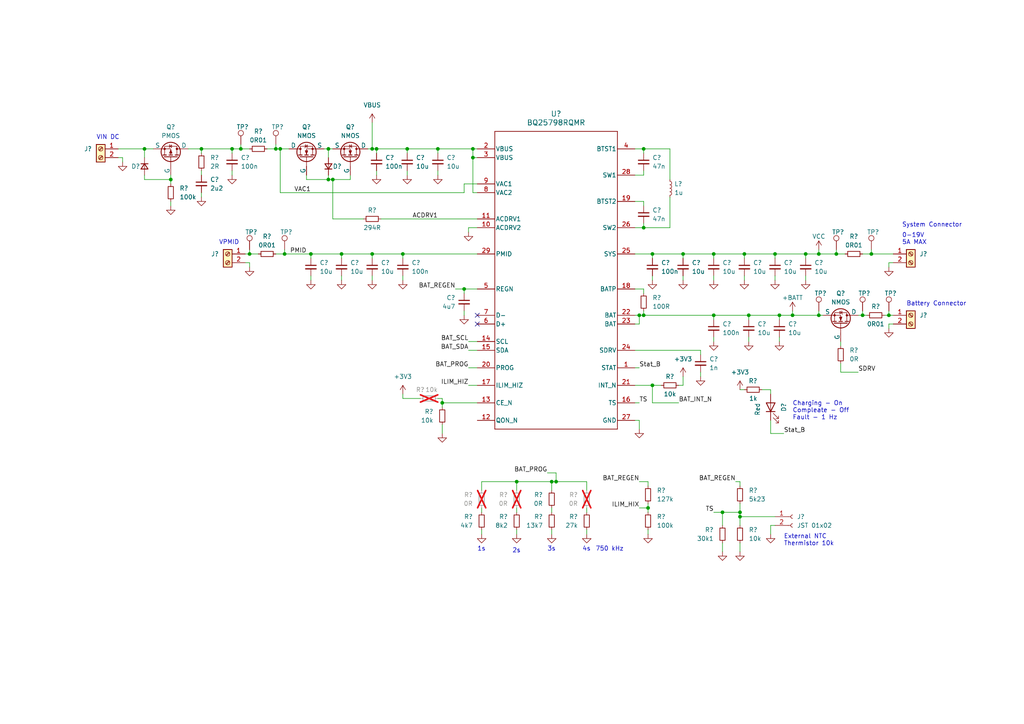
<source format=kicad_sch>
(kicad_sch (version 20230121) (generator eeschema)
  (paper "A4")
  (lib_symbols
    (symbol "Connector:Conn_01x02_Socket" (pin_names (offset 1.016) hide)
      (property "Reference" "J" (at 0 2.54 0))
      (property "Value" "Conn_01x02_Socket" (at 0 -5.08 0))
      (symbol "Conn_01x02_Socket_1_1"
        (arc (start 0 -2.032) (mid -0.5058 -2.54) (end 0 -3.048) (stroke (width 0.1524)))
        (polyline (pts (xy -1.27 -2.54) (xy -0.508 -2.54)) (stroke (width 0.1524)))
        (polyline (pts (xy -1.27 0) (xy -0.508 0)) (stroke (width 0.1524)))
        (arc (start 0 0.508) (mid -0.5058 0) (end 0 -0.508) (stroke (width 0.1524)))
        (pin passive line (at -5.08 0 0) (length 3.81) (name "Pin_1") (number "1"))
        (pin passive line (at -5.08 -2.54 0) (length 3.81) (name "Pin_2") (number "2"))
      )
    )
    (symbol "Connector:Screw_Terminal_01x02" (pin_names (offset 1.016) hide)
      (property "Reference" "J" (at 0 2.54 0))
      (property "Value" "Screw_Terminal_01x02" (at 0 -5.08 0))
      (symbol "Screw_Terminal_01x02_1_1"
        (rectangle (start -1.27 1.27) (end 1.27 -3.81) (stroke (width 0.254)) (fill (type background)))
        (circle (center 0 -2.54) (radius 0.635) (stroke (width 0.1524)))
        (polyline (pts (xy -0.5334 -2.2098) (xy 0.3302 -3.048)) (stroke (width 0.1524)))
        (polyline (pts (xy -0.5334 0.3302) (xy 0.3302 -0.508)) (stroke (width 0.1524)))
        (polyline (pts (xy -0.3556 -2.032) (xy 0.508 -2.8702)) (stroke (width 0.1524)))
        (polyline (pts (xy -0.3556 0.508) (xy 0.508 -0.3302)) (stroke (width 0.1524)))
        (circle (center 0 0) (radius 0.635) (stroke (width 0.1524)))
        (pin passive line (at -5.08 0 0) (length 3.81) (name "Pin_1") (number "1"))
        (pin passive line (at -5.08 -2.54 0) (length 3.81) (name "Pin_2") (number "2"))
      )
    )
    (symbol "Connector:TestPoint" (pin_numbers hide) (pin_names (offset 0.762) hide)
      (property "Reference" "TP" (at 0 6.858 0))
      (property "Value" "TestPoint" (at 0 5.08 0))
      (symbol "TestPoint_0_1"
        (circle (center 0 3.302) (radius 0.762))
      )
      (symbol "TestPoint_1_1"
        (pin passive line (at 0 0 90) (length 2.54) (name "1") (number "1"))
      )
    )
    (symbol "DCDriver:BQ25798RQMR" (pin_names (offset 0.254))
      (property "Reference" "U" (at 0 2.54 0))
      (property "Value" "BQ25798RQMR" (at 0 0 0))
      (symbol "BQ25798RQMR_0_1"
        (polyline (pts (xy 5.08 -81.28) (xy 40.64 -81.28)) (stroke (width 0.2032)))
        (polyline (pts (xy 5.08 5.08) (xy 5.08 -81.28)) (stroke (width 0.2032)))
        (polyline (pts (xy 40.64 -81.28) (xy 40.64 5.08)) (stroke (width 0.2032)))
        (polyline (pts (xy 40.64 5.08) (xy 5.08 5.08)) (stroke (width 0.2032)))
        (pin unspecified line (at 45.72 -63.5 180) (length 5.08) (name "STAT") (number "1"))
        (pin power_in line (at 0 -22.86 0) (length 5.08) (name "ACDRV2") (number "10"))
        (pin power_in line (at 0 -20.32 0) (length 5.08) (name "ACDRV1") (number "11"))
        (pin unspecified line (at 0 -78.74 0) (length 5.08) (name "QON_N") (number "12"))
        (pin unspecified line (at 0 -73.66 0) (length 5.08) (name "CE_N") (number "13"))
        (pin input line (at 0 -55.88 0) (length 5.08) (name "SCL") (number "14"))
        (pin bidirectional line (at 0 -58.42 0) (length 5.08) (name "SDA") (number "15"))
        (pin unspecified line (at 45.72 -73.66 180) (length 5.08) (name "TS") (number "16"))
        (pin unspecified line (at 0 -68.58 0) (length 5.08) (name "ILIM_HIZ") (number "17"))
        (pin unspecified line (at 45.72 -40.64 180) (length 5.08) (name "BATP") (number "18"))
        (pin unspecified line (at 45.72 -15.24 180) (length 5.08) (name "BTST2") (number "19"))
        (pin power_in line (at 0 0 0) (length 5.08) (name "VBUS") (number "2"))
        (pin unspecified line (at 0 -63.5 0) (length 5.08) (name "PROG") (number "20"))
        (pin unspecified line (at 45.72 -68.58 180) (length 5.08) (name "INT_N") (number "21"))
        (pin unspecified line (at 45.72 -48.26 180) (length 5.08) (name "BAT") (number "22"))
        (pin unspecified line (at 45.72 -50.8 180) (length 5.08) (name "BAT") (number "23"))
        (pin unspecified line (at 45.72 -58.42 180) (length 5.08) (name "SDRV") (number "24"))
        (pin unspecified line (at 45.72 -30.48 180) (length 5.08) (name "SYS") (number "25"))
        (pin unspecified line (at 45.72 -22.86 180) (length 5.08) (name "SW2") (number "26"))
        (pin power_in line (at 45.72 -78.74 180) (length 5.08) (name "GND") (number "27"))
        (pin unspecified line (at 45.72 -7.62 180) (length 5.08) (name "SW1") (number "28"))
        (pin unspecified line (at 0 -30.48 0) (length 5.08) (name "PMID") (number "29"))
        (pin power_in line (at 0 -2.54 0) (length 5.08) (name "VBUS") (number "3"))
        (pin unspecified line (at 45.72 0 180) (length 5.08) (name "BTST1") (number "4"))
        (pin unspecified line (at 0 -40.64 0) (length 5.08) (name "REGN") (number "5"))
        (pin unspecified line (at 0 -50.8 0) (length 5.08) (name "D+") (number "6"))
        (pin unspecified line (at 0 -48.26 0) (length 5.08) (name "D-") (number "7"))
        (pin power_in line (at 0 -12.7 0) (length 5.08) (name "VAC2") (number "8"))
        (pin power_in line (at 0 -10.16 0) (length 5.08) (name "VAC1") (number "9"))
      )
    )
    (symbol "Device:C_Small" (pin_numbers hide) (pin_names (offset 0.254) hide)
      (property "Reference" "C" (at 0.254 1.778 0))
      (property "Value" "C_Small" (at 0.254 -2.032 0))
      (symbol "C_Small_0_1"
        (polyline (pts (xy -1.524 -0.508) (xy 1.524 -0.508)) (stroke (width 0.3302)))
        (polyline (pts (xy -1.524 0.508) (xy 1.524 0.508)) (stroke (width 0.3048)))
      )
      (symbol "C_Small_1_1"
        (pin passive line (at 0 2.54 270) (length 2.032) (name "~") (number "1"))
        (pin passive line (at 0 -2.54 90) (length 2.032) (name "~") (number "2"))
      )
    )
    (symbol "Device:D_Small" (pin_numbers hide) (pin_names (offset 0.254) hide)
      (property "Reference" "D" (at -1.27 2.032 0))
      (property "Value" "D_Small" (at -3.81 -2.032 0))
      (symbol "D_Small_0_1"
        (polyline (pts (xy -0.762 -1.016) (xy -0.762 1.016)) (stroke (width 0.254)))
        (polyline (pts (xy -0.762 0) (xy 0.762 0)))
        (polyline (pts (xy 0.762 -1.016) (xy -0.762 0) (xy 0.762 1.016) (xy 0.762 -1.016)) (stroke (width 0.254)))
      )
      (symbol "D_Small_1_1"
        (pin passive line (at -2.54 0 0) (length 1.778) (name "K") (number "1"))
        (pin passive line (at 2.54 0 180) (length 1.778) (name "A") (number "2"))
      )
    )
    (symbol "Device:LED" (pin_numbers hide) (pin_names (offset 1.016) hide)
      (property "Reference" "D" (at 0 2.54 0))
      (property "Value" "LED" (at 0 -2.54 0))
      (symbol "LED_0_1"
        (polyline (pts (xy -1.27 -1.27) (xy -1.27 1.27)) (stroke (width 0.254)))
        (polyline (pts (xy -1.27 0) (xy 1.27 0)))
        (polyline (pts (xy 1.27 -1.27) (xy 1.27 1.27) (xy -1.27 0) (xy 1.27 -1.27)) (stroke (width 0.254)))
        (polyline (pts (xy -3.048 -0.762) (xy -4.572 -2.286) (xy -3.81 -2.286) (xy -4.572 -2.286) (xy -4.572 -1.524)))
        (polyline (pts (xy -1.778 -0.762) (xy -3.302 -2.286) (xy -2.54 -2.286) (xy -3.302 -2.286) (xy -3.302 -1.524)))
      )
      (symbol "LED_1_1"
        (pin passive line (at -3.81 0 0) (length 2.54) (name "K") (number "1"))
        (pin passive line (at 3.81 0 180) (length 2.54) (name "A") (number "2"))
      )
    )
    (symbol "Device:L_Small" (pin_numbers hide) (pin_names (offset 0.254) hide)
      (property "Reference" "L" (at 0.762 1.016 0))
      (property "Value" "L_Small" (at 0.762 -1.016 0))
      (symbol "L_Small_0_1"
        (arc (start 0 -2.032) (mid 0.5058 -1.524) (end 0 -1.016))
        (arc (start 0 -1.016) (mid 0.5058 -0.508) (end 0 0))
        (arc (start 0 0) (mid 0.5058 0.508) (end 0 1.016))
        (arc (start 0 1.016) (mid 0.5058 1.524) (end 0 2.032))
      )
      (symbol "L_Small_1_1"
        (pin passive line (at 0 2.54 270) (length 0.508) (name "~") (number "1"))
        (pin passive line (at 0 -2.54 90) (length 0.508) (name "~") (number "2"))
      )
    )
    (symbol "Device:R_Small" (pin_numbers hide) (pin_names (offset 0.254) hide)
      (property "Reference" "R" (at 0.762 0.508 0))
      (property "Value" "R_Small" (at 0.762 -1.016 0))
      (symbol "R_Small_0_1"
        (rectangle (start -0.762 1.778) (end 0.762 -1.778) (stroke (width 0.2032)))
      )
      (symbol "R_Small_1_1"
        (pin passive line (at 0 2.54 270) (length 0.762) (name "~") (number "1"))
        (pin passive line (at 0 -2.54 90) (length 0.762) (name "~") (number "2"))
      )
    )
    (symbol "Simulation_SPICE:NMOS" (pin_numbers hide) (pin_names (offset 0))
      (property "Reference" "Q" (at 5.08 1.27 0))
      (property "Value" "NMOS" (at 5.08 -1.27 0))
      (symbol "NMOS_0_1"
        (polyline (pts (xy 0.254 0) (xy -2.54 0)))
        (polyline (pts (xy 0.254 1.905) (xy 0.254 -1.905)) (stroke (width 0.254)))
        (polyline (pts (xy 0.762 -1.27) (xy 0.762 -2.286)) (stroke (width 0.254)))
        (polyline (pts (xy 0.762 0.508) (xy 0.762 -0.508)) (stroke (width 0.254)))
        (polyline (pts (xy 0.762 2.286) (xy 0.762 1.27)) (stroke (width 0.254)))
        (polyline (pts (xy 2.54 2.54) (xy 2.54 1.778)))
        (polyline (pts (xy 2.54 -2.54) (xy 2.54 0) (xy 0.762 0)))
        (polyline (pts (xy 0.762 -1.778) (xy 3.302 -1.778) (xy 3.302 1.778) (xy 0.762 1.778)))
        (polyline (pts (xy 1.016 0) (xy 2.032 0.381) (xy 2.032 -0.381) (xy 1.016 0)) (fill (type outline)))
        (polyline (pts (xy 2.794 0.508) (xy 2.921 0.381) (xy 3.683 0.381) (xy 3.81 0.254)))
        (polyline (pts (xy 3.302 0.381) (xy 2.921 -0.254) (xy 3.683 -0.254) (xy 3.302 0.381)))
        (circle (center 1.651 0) (radius 2.794) (stroke (width 0.254)))
        (circle (center 2.54 -1.778) (radius 0.254) (fill (type outline)))
        (circle (center 2.54 1.778) (radius 0.254) (fill (type outline)))
      )
      (symbol "NMOS_1_1"
        (pin passive line (at 2.54 5.08 270) (length 2.54) (name "D") (number "1"))
        (pin input line (at -5.08 0 0) (length 2.54) (name "G") (number "2"))
        (pin passive line (at 2.54 -5.08 90) (length 2.54) (name "S") (number "3"))
      )
    )
    (symbol "Simulation_SPICE:PMOS" (pin_numbers hide) (pin_names (offset 0))
      (property "Reference" "Q" (at 5.08 1.27 0))
      (property "Value" "PMOS" (at 5.08 -1.27 0))
      (symbol "PMOS_0_1"
        (polyline (pts (xy 0.254 0) (xy -2.54 0)))
        (polyline (pts (xy 0.254 1.905) (xy 0.254 -1.905)) (stroke (width 0.254)))
        (polyline (pts (xy 0.762 -1.27) (xy 0.762 -2.286)) (stroke (width 0.254)))
        (polyline (pts (xy 0.762 0.508) (xy 0.762 -0.508)) (stroke (width 0.254)))
        (polyline (pts (xy 0.762 2.286) (xy 0.762 1.27)) (stroke (width 0.254)))
        (polyline (pts (xy 2.54 2.54) (xy 2.54 1.778)))
        (polyline (pts (xy 2.54 -2.54) (xy 2.54 0) (xy 0.762 0)))
        (polyline (pts (xy 0.762 1.778) (xy 3.302 1.778) (xy 3.302 -1.778) (xy 0.762 -1.778)))
        (polyline (pts (xy 2.286 0) (xy 1.27 0.381) (xy 1.27 -0.381) (xy 2.286 0)) (fill (type outline)))
        (polyline (pts (xy 2.794 -0.508) (xy 2.921 -0.381) (xy 3.683 -0.381) (xy 3.81 -0.254)))
        (polyline (pts (xy 3.302 -0.381) (xy 2.921 0.254) (xy 3.683 0.254) (xy 3.302 -0.381)))
        (circle (center 1.651 0) (radius 2.794) (stroke (width 0.254)))
        (circle (center 2.54 -1.778) (radius 0.254) (fill (type outline)))
        (circle (center 2.54 1.778) (radius 0.254) (fill (type outline)))
      )
      (symbol "PMOS_1_1"
        (pin passive line (at 2.54 5.08 270) (length 2.54) (name "D") (number "1"))
        (pin input line (at -5.08 0 0) (length 2.54) (name "G") (number "2"))
        (pin passive line (at 2.54 -5.08 90) (length 2.54) (name "S") (number "3"))
      )
    )
    (symbol "power:+3V3" (power) (pin_names (offset 0))
      (property "Value" "+3V3" (at 0 3.556 0))
      (symbol "+3V3_0_1"
        (polyline (pts (xy -0.762 1.27) (xy 0 2.54)))
        (polyline (pts (xy 0 0) (xy 0 2.54)))
        (polyline (pts (xy 0 2.54) (xy 0.762 1.27)))
      )
      (symbol "+3V3_1_1"
        (pin power_in line (at 0 0 90) (length 0) hide (name "+3V3") (number "1"))
      )
    )
    (symbol "power:+BATT" (power) (pin_names (offset 0))
      (property "Value" "+BATT" (at 0 3.556 0))
      (symbol "+BATT_0_1"
        (polyline (pts (xy -0.762 1.27) (xy 0 2.54)))
        (polyline (pts (xy 0 0) (xy 0 2.54)))
        (polyline (pts (xy 0 2.54) (xy 0.762 1.27)))
      )
      (symbol "+BATT_1_1"
        (pin power_in line (at 0 0 90) (length 0) hide (name "+BATT") (number "1"))
      )
    )
    (symbol "power:GND" (power) (pin_names (offset 0))
      (symbol "GND_0_1"
        (polyline (pts (xy 0 0) (xy 0 -1.27) (xy 1.27 -1.27) (xy 0 -2.54) (xy -1.27 -1.27) (xy 0 -1.27)))
      )
      (symbol "GND_1_1"
        (pin power_in line (at 0 0 270) (length 0) hide (name "GND") (number "1"))
      )
    )
    (symbol "power:VBUS" (power) (pin_names (offset 0))
      (property "Value" "VBUS" (at 0 3.81 0))
      (symbol "VBUS_0_1"
        (polyline (pts (xy -0.762 1.27) (xy 0 2.54)))
        (polyline (pts (xy 0 0) (xy 0 2.54)))
        (polyline (pts (xy 0 2.54) (xy 0.762 1.27)))
      )
      (symbol "VBUS_1_1"
        (pin power_in line (at 0 0 90) (length 0) hide (name "VBUS") (number "1"))
      )
    )
    (symbol "power:VCC" (power) (pin_names (offset 0))
      (property "Value" "VCC" (at 0 3.81 0))
      (symbol "VCC_0_1"
        (polyline (pts (xy -0.762 1.27) (xy 0 2.54)))
        (polyline (pts (xy 0 0) (xy 0 2.54)))
        (polyline (pts (xy 0 2.54) (xy 0.762 1.27)))
      )
      (symbol "VCC_1_1"
        (pin power_in line (at 0 0 90) (length 0) hide (name "VCC") (number "1"))
      )
    )
  )
  (junction (at 116.84 73.66))
  (junction (at 128.27 116.84))
  (junction (at 69.85 43.18))
  (junction (at 237.49 91.44))
  (junction (at 250.19 91.44))
  (junction (at 187.96 147.32))
  (junction (at 96.52 52.07))
  (junction (at 49.53 52.07))
  (junction (at 207.01 91.44))
  (junction (at 81.28 43.18))
  (junction (at 186.69 43.18))
  (junction (at 58.42 43.18))
  (junction (at 217.17 91.44))
  (junction (at 72.39 73.66))
  (junction (at 137.16 45.72))
  (junction (at 233.68 73.66))
  (junction (at 186.69 91.44))
  (junction (at 99.06 73.66))
  (junction (at 209.55 148.59))
  (junction (at 137.16 43.18))
  (junction (at 186.69 66.04))
  (junction (at 82.55 73.66))
  (junction (at 107.95 43.18))
  (junction (at 207.01 73.66))
  (junction (at 118.11 43.18))
  (junction (at 257.81 91.44))
  (junction (at 242.57 73.66))
  (junction (at 127 43.18))
  (junction (at 237.49 73.66))
  (junction (at 41.91 43.18))
  (junction (at 189.23 111.76))
  (junction (at 95.25 52.07))
  (junction (at 67.31 43.18))
  (junction (at 109.22 43.18))
  (junction (at 80.01 43.18))
  (junction (at 229.87 91.44))
  (junction (at 215.9 73.66))
  (junction (at 214.63 149.86))
  (junction (at 214.63 148.59))
  (junction (at 149.86 139.7))
  (junction (at 107.95 73.66))
  (junction (at 160.02 139.7))
  (junction (at 95.25 43.18))
  (junction (at 90.17 73.66))
  (junction (at 198.12 73.66))
  (junction (at 134.62 83.82))
  (junction (at 224.79 73.66))
  (junction (at 226.06 91.44))
  (junction (at 161.29 139.7))
  (junction (at 189.23 73.66))
  (junction (at 252.73 73.66))
  (junction (at 185.42 91.44))
  (no_connect (at 138.43 93.98))
  (no_connect (at 138.43 91.44))
  (wire (pts (xy 257.81 91.44) (xy 256.54 91.44)))
  (wire (pts (xy 243.84 107.95) (xy 248.92 107.95)))
  (wire (pts (xy 95.25 45.72) (xy 95.25 43.18)))
  (wire (pts (xy 101.6 50.8) (xy 101.6 52.07)))
  (wire (pts (xy 80.01 43.18) (xy 81.28 43.18)))
  (wire (pts (xy 259.08 91.44) (xy 257.81 91.44)))
  (wire (pts (xy 209.55 148.59) (xy 209.55 152.4)))
  (wire (pts (xy 96.52 63.5) (xy 105.41 63.5)))
  (wire (pts (xy 134.62 55.88) (xy 134.62 53.34)))
  (wire (pts (xy 242.57 73.66) (xy 245.11 73.66)))
  (wire (pts (xy 250.19 91.44) (xy 251.46 91.44)))
  (wire (pts (xy 237.49 90.17) (xy 237.49 91.44)))
  (wire (pts (xy 223.52 152.4) (xy 224.79 152.4)))
  (wire (pts (xy 49.53 58.42) (xy 49.53 59.69)))
  (wire (pts (xy 110.49 63.5) (xy 138.43 63.5)))
  (wire (pts (xy 203.2 101.6) (xy 203.2 102.87)))
  (wire (pts (xy 67.31 43.18) (xy 69.85 43.18)))
  (wire (pts (xy 134.62 85.09) (xy 134.62 83.82)))
  (wire (pts (xy 184.15 58.42) (xy 186.69 58.42)))
  (wire (pts (xy 107.95 80.01) (xy 107.95 81.28)))
  (wire (pts (xy 90.17 73.66) (xy 99.06 73.66)))
  (wire (pts (xy 223.52 121.92) (xy 223.52 125.73)))
  (wire (pts (xy 243.84 99.06) (xy 243.84 100.33)))
  (wire (pts (xy 135.89 106.68) (xy 138.43 106.68)))
  (wire (pts (xy 88.9 52.07) (xy 95.25 52.07)))
  (wire (pts (xy 207.01 91.44) (xy 207.01 92.71)))
  (wire (pts (xy 127 49.53) (xy 127 50.8)))
  (wire (pts (xy 149.86 153.67) (xy 149.86 154.94)))
  (wire (pts (xy 237.49 72.39) (xy 237.49 73.66)))
  (wire (pts (xy 237.49 73.66) (xy 233.68 73.66)))
  (wire (pts (xy 186.69 49.53) (xy 186.69 50.8)))
  (wire (pts (xy 80.01 43.18) (xy 77.47 43.18)))
  (wire (pts (xy 170.18 142.24) (xy 170.18 139.7)))
  (wire (pts (xy 99.06 73.66) (xy 107.95 73.66)))
  (wire (pts (xy 186.69 90.17) (xy 186.69 91.44)))
  (wire (pts (xy 186.69 66.04) (xy 194.31 66.04)))
  (wire (pts (xy 58.42 49.53) (xy 58.42 50.8)))
  (wire (pts (xy 217.17 97.79) (xy 217.17 99.06)))
  (wire (pts (xy 160.02 139.7) (xy 161.29 139.7)))
  (wire (pts (xy 88.9 50.8) (xy 88.9 52.07)))
  (wire (pts (xy 224.79 73.66) (xy 224.79 74.93)))
  (wire (pts (xy 81.28 43.18) (xy 83.82 43.18)))
  (wire (pts (xy 214.63 149.86) (xy 224.79 149.86)))
  (wire (pts (xy 118.11 49.53) (xy 118.11 50.8)))
  (wire (pts (xy 81.28 43.18) (xy 81.28 55.88)))
  (wire (pts (xy 135.89 66.04) (xy 138.43 66.04)))
  (wire (pts (xy 160.02 153.67) (xy 160.02 154.94)))
  (wire (pts (xy 189.23 116.84) (xy 196.85 116.84)))
  (wire (pts (xy 257.81 95.25) (xy 257.81 93.98)))
  (wire (pts (xy 233.68 80.01) (xy 233.68 81.28)))
  (wire (pts (xy 116.84 73.66) (xy 116.84 74.93)))
  (wire (pts (xy 135.89 101.6) (xy 138.43 101.6)))
  (wire (pts (xy 138.43 55.88) (xy 137.16 55.88)))
  (wire (pts (xy 194.31 66.04) (xy 194.31 57.15)))
  (wire (pts (xy 237.49 91.44) (xy 229.87 91.44)))
  (wire (pts (xy 109.22 49.53) (xy 109.22 50.8)))
  (wire (pts (xy 49.53 53.34) (xy 49.53 52.07)))
  (wire (pts (xy 185.42 91.44) (xy 186.69 91.44)))
  (wire (pts (xy 214.63 139.7) (xy 214.63 140.97)))
  (wire (pts (xy 226.06 91.44) (xy 229.87 91.44)))
  (wire (pts (xy 226.06 97.79) (xy 226.06 99.06)))
  (wire (pts (xy 41.91 43.18) (xy 44.45 43.18)))
  (wire (pts (xy 116.84 114.3) (xy 116.84 115.57)))
  (wire (pts (xy 189.23 73.66) (xy 198.12 73.66)))
  (wire (pts (xy 189.23 111.76) (xy 189.23 116.84)))
  (wire (pts (xy 237.49 91.44) (xy 238.76 91.44)))
  (wire (pts (xy 82.55 72.39) (xy 82.55 73.66)))
  (wire (pts (xy 149.86 139.7) (xy 160.02 139.7)))
  (wire (pts (xy 34.29 43.18) (xy 41.91 43.18)))
  (wire (pts (xy 209.55 157.48) (xy 209.55 160.02)))
  (wire (pts (xy 72.39 76.2) (xy 71.12 76.2)))
  (wire (pts (xy 95.25 50.8) (xy 95.25 52.07)))
  (wire (pts (xy 213.36 139.7) (xy 214.63 139.7)))
  (wire (pts (xy 214.63 157.48) (xy 214.63 160.02)))
  (wire (pts (xy 170.18 147.32) (xy 170.18 148.59)))
  (wire (pts (xy 95.25 43.18) (xy 96.52 43.18)))
  (wire (pts (xy 215.9 80.01) (xy 215.9 81.28)))
  (wire (pts (xy 149.86 147.32) (xy 149.86 148.59)))
  (wire (pts (xy 72.39 73.66) (xy 74.93 73.66)))
  (wire (pts (xy 35.56 46.99) (xy 35.56 45.72)))
  (wire (pts (xy 116.84 73.66) (xy 138.43 73.66)))
  (wire (pts (xy 185.42 139.7) (xy 187.96 139.7)))
  (wire (pts (xy 214.63 113.03) (xy 215.9 113.03)))
  (wire (pts (xy 185.42 147.32) (xy 187.96 147.32)))
  (wire (pts (xy 160.02 142.24) (xy 160.02 139.7)))
  (wire (pts (xy 93.98 43.18) (xy 95.25 43.18)))
  (wire (pts (xy 58.42 43.18) (xy 67.31 43.18)))
  (wire (pts (xy 137.16 45.72) (xy 137.16 43.18)))
  (wire (pts (xy 134.62 90.17) (xy 134.62 91.44)))
  (wire (pts (xy 41.91 52.07) (xy 49.53 52.07)))
  (wire (pts (xy 95.25 52.07) (xy 96.52 52.07)))
  (wire (pts (xy 106.68 43.18) (xy 107.95 43.18)))
  (wire (pts (xy 128.27 116.84) (xy 128.27 118.11)))
  (wire (pts (xy 207.01 73.66) (xy 207.01 74.93)))
  (wire (pts (xy 132.08 83.82) (xy 134.62 83.82)))
  (wire (pts (xy 139.7 147.32) (xy 139.7 148.59)))
  (wire (pts (xy 96.52 63.5) (xy 96.52 52.07)))
  (wire (pts (xy 184.15 83.82) (xy 186.69 83.82)))
  (wire (pts (xy 209.55 148.59) (xy 214.63 148.59)))
  (wire (pts (xy 257.81 77.47) (xy 257.81 76.2)))
  (wire (pts (xy 184.15 121.92) (xy 185.42 121.92)))
  (wire (pts (xy 139.7 153.67) (xy 139.7 154.94)))
  (wire (pts (xy 127 115.57) (xy 128.27 115.57)))
  (wire (pts (xy 107.95 43.18) (xy 109.22 43.18)))
  (wire (pts (xy 198.12 73.66) (xy 198.12 74.93)))
  (wire (pts (xy 198.12 73.66) (xy 207.01 73.66)))
  (wire (pts (xy 135.89 99.06) (xy 138.43 99.06)))
  (wire (pts (xy 220.98 113.03) (xy 223.52 113.03)))
  (wire (pts (xy 252.73 73.66) (xy 250.19 73.66)))
  (wire (pts (xy 41.91 50.8) (xy 41.91 52.07)))
  (wire (pts (xy 116.84 80.01) (xy 116.84 81.28)))
  (wire (pts (xy 138.43 43.18) (xy 137.16 43.18)))
  (wire (pts (xy 207.01 80.01) (xy 207.01 81.28)))
  (wire (pts (xy 226.06 91.44) (xy 217.17 91.44)))
  (wire (pts (xy 187.96 146.05) (xy 187.96 147.32)))
  (wire (pts (xy 49.53 50.8) (xy 49.53 52.07)))
  (wire (pts (xy 224.79 80.01) (xy 224.79 81.28)))
  (wire (pts (xy 118.11 43.18) (xy 127 43.18)))
  (wire (pts (xy 128.27 123.19) (xy 128.27 125.73)))
  (wire (pts (xy 250.19 91.44) (xy 250.19 90.17)))
  (wire (pts (xy 214.63 149.86) (xy 214.63 152.4)))
  (wire (pts (xy 67.31 49.53) (xy 67.31 50.8)))
  (wire (pts (xy 161.29 139.7) (xy 170.18 139.7)))
  (wire (pts (xy 186.69 83.82) (xy 186.69 85.09)))
  (wire (pts (xy 207.01 91.44) (xy 217.17 91.44)))
  (wire (pts (xy 90.17 74.93) (xy 90.17 73.66)))
  (wire (pts (xy 215.9 73.66) (xy 224.79 73.66)))
  (wire (pts (xy 72.39 77.47) (xy 72.39 76.2)))
  (wire (pts (xy 127 43.18) (xy 127 44.45)))
  (wire (pts (xy 99.06 80.01) (xy 99.06 81.28)))
  (wire (pts (xy 96.52 52.07) (xy 101.6 52.07)))
  (wire (pts (xy 214.63 148.59) (xy 214.63 149.86)))
  (wire (pts (xy 137.16 55.88) (xy 137.16 45.72)))
  (wire (pts (xy 215.9 73.66) (xy 215.9 74.93)))
  (wire (pts (xy 137.16 45.72) (xy 138.43 45.72)))
  (wire (pts (xy 158.75 137.16) (xy 161.29 137.16)))
  (wire (pts (xy 217.17 91.44) (xy 217.17 92.71)))
  (wire (pts (xy 242.57 73.66) (xy 242.57 72.39)))
  (wire (pts (xy 82.55 73.66) (xy 90.17 73.66)))
  (wire (pts (xy 107.95 73.66) (xy 116.84 73.66)))
  (wire (pts (xy 127 43.18) (xy 137.16 43.18)))
  (wire (pts (xy 90.17 80.01) (xy 90.17 81.28)))
  (wire (pts (xy 189.23 73.66) (xy 189.23 74.93)))
  (wire (pts (xy 184.15 43.18) (xy 186.69 43.18)))
  (wire (pts (xy 170.18 153.67) (xy 170.18 154.94)))
  (wire (pts (xy 186.69 43.18) (xy 186.69 44.45)))
  (wire (pts (xy 207.01 97.79) (xy 207.01 99.06)))
  (wire (pts (xy 149.86 139.7) (xy 139.7 139.7)))
  (wire (pts (xy 233.68 73.66) (xy 233.68 74.93)))
  (wire (pts (xy 226.06 92.71) (xy 226.06 91.44)))
  (wire (pts (xy 184.15 116.84) (xy 185.42 116.84)))
  (wire (pts (xy 194.31 43.18) (xy 186.69 43.18)))
  (wire (pts (xy 184.15 66.04) (xy 186.69 66.04)))
  (wire (pts (xy 107.95 73.66) (xy 107.95 74.93)))
  (wire (pts (xy 207.01 73.66) (xy 215.9 73.66)))
  (wire (pts (xy 71.12 73.66) (xy 72.39 73.66)))
  (wire (pts (xy 207.01 148.59) (xy 209.55 148.59)))
  (wire (pts (xy 109.22 44.45) (xy 109.22 43.18)))
  (wire (pts (xy 214.63 146.05) (xy 214.63 148.59)))
  (wire (pts (xy 184.15 91.44) (xy 185.42 91.44)))
  (wire (pts (xy 160.02 147.32) (xy 160.02 148.59)))
  (wire (pts (xy 54.61 43.18) (xy 58.42 43.18)))
  (wire (pts (xy 184.15 93.98) (xy 185.42 93.98)))
  (wire (pts (xy 186.69 58.42) (xy 186.69 59.69)))
  (wire (pts (xy 161.29 137.16) (xy 161.29 139.7)))
  (wire (pts (xy 223.52 113.03) (xy 223.52 114.3)))
  (wire (pts (xy 118.11 43.18) (xy 118.11 44.45)))
  (wire (pts (xy 99.06 74.93) (xy 99.06 73.66)))
  (wire (pts (xy 252.73 72.39) (xy 252.73 73.66)))
  (wire (pts (xy 184.15 106.68) (xy 185.42 106.68)))
  (wire (pts (xy 128.27 115.57) (xy 128.27 116.84)))
  (wire (pts (xy 82.55 73.66) (xy 80.01 73.66)))
  (wire (pts (xy 187.96 139.7) (xy 187.96 140.97)))
  (wire (pts (xy 248.92 91.44) (xy 250.19 91.44)))
  (wire (pts (xy 69.85 43.18) (xy 72.39 43.18)))
  (wire (pts (xy 58.42 44.45) (xy 58.42 43.18)))
  (wire (pts (xy 187.96 153.67) (xy 187.96 154.94)))
  (wire (pts (xy 227.33 125.73) (xy 223.52 125.73)))
  (wire (pts (xy 196.85 111.76) (xy 198.12 111.76)))
  (wire (pts (xy 194.31 52.07) (xy 194.31 43.18)))
  (wire (pts (xy 184.15 111.76) (xy 189.23 111.76)))
  (wire (pts (xy 252.73 73.66) (xy 259.08 73.66)))
  (wire (pts (xy 187.96 147.32) (xy 187.96 148.59)))
  (wire (pts (xy 72.39 73.66) (xy 72.39 72.39)))
  (wire (pts (xy 81.28 55.88) (xy 134.62 55.88)))
  (wire (pts (xy 107.95 35.56) (xy 107.95 43.18)))
  (wire (pts (xy 41.91 43.18) (xy 41.91 45.72)))
  (wire (pts (xy 223.52 154.94) (xy 223.52 152.4)))
  (wire (pts (xy 35.56 45.72) (xy 34.29 45.72)))
  (wire (pts (xy 134.62 83.82) (xy 138.43 83.82)))
  (wire (pts (xy 184.15 50.8) (xy 186.69 50.8)))
  (wire (pts (xy 203.2 107.95) (xy 203.2 109.22)))
  (wire (pts (xy 186.69 91.44) (xy 207.01 91.44)))
  (wire (pts (xy 184.15 101.6) (xy 203.2 101.6)))
  (wire (pts (xy 198.12 109.22) (xy 198.12 111.76)))
  (wire (pts (xy 186.69 66.04) (xy 186.69 64.77)))
  (wire (pts (xy 189.23 80.01) (xy 189.23 81.28)))
  (wire (pts (xy 257.81 90.17) (xy 257.81 91.44)))
  (wire (pts (xy 185.42 91.44) (xy 185.42 93.98)))
  (wire (pts (xy 128.27 116.84) (xy 138.43 116.84)))
  (wire (pts (xy 109.22 43.18) (xy 118.11 43.18)))
  (wire (pts (xy 80.01 41.91) (xy 80.01 43.18)))
  (wire (pts (xy 185.42 121.92) (xy 185.42 124.46)))
  (wire (pts (xy 257.81 93.98) (xy 259.08 93.98)))
  (wire (pts (xy 243.84 105.41) (xy 243.84 107.95)))
  (wire (pts (xy 135.89 111.76) (xy 138.43 111.76)))
  (wire (pts (xy 224.79 73.66) (xy 233.68 73.66)))
  (wire (pts (xy 134.62 53.34) (xy 138.43 53.34)))
  (wire (pts (xy 67.31 44.45) (xy 67.31 43.18)))
  (wire (pts (xy 237.49 73.66) (xy 242.57 73.66)))
  (wire (pts (xy 135.89 66.04) (xy 135.89 67.31)))
  (wire (pts (xy 58.42 55.88) (xy 58.42 57.15)))
  (wire (pts (xy 189.23 111.76) (xy 191.77 111.76)))
  (wire (pts (xy 229.87 91.44) (xy 229.87 90.17)))
  (wire (pts (xy 198.12 80.01) (xy 198.12 81.28)))
  (wire (pts (xy 257.81 76.2) (xy 259.08 76.2)))
  (wire (pts (xy 116.84 115.57) (xy 121.92 115.57)))
  (wire (pts (xy 69.85 43.18) (xy 69.85 41.91)))
  (wire (pts (xy 139.7 139.7) (xy 139.7 142.24)))
  (wire (pts (xy 149.86 139.7) (xy 149.86 142.24)))
  (wire (pts (xy 184.15 73.66) (xy 189.23 73.66)))
  (text "2s\n\n" (at 148.59 162.56 0) (effects (font (size 1.27 1.27)) (justify left bottom)))
  (text "System Connector" (at 261.62 66.04 0) (effects (font (size 1.27 1.27)) (justify left bottom)))
  (text "750 kHz" (at 172.72 160.02 0) (effects (font (size 1.27 1.27)) (justify left bottom)))
  (text "4s\n" (at 168.91 160.02 0) (effects (font (size 1.27 1.27)) (justify left bottom)))
  (text "0-19V\n5A MAX" (at 261.62 71.12 0) (effects (font (size 1.27 1.27)) (justify left bottom)))
  (text "External NTC \nThermistor 10k\n\n\n" (at 227.33 162.56 0) (effects (font (size 1.27 1.27)) (justify left bottom)))
  (text "VIN DC" (at 27.94 40.64 0) (effects (font (size 1.27 1.27)) (justify left bottom)))
  (text "Battery Connector\n" (at 262.89 88.9 0) (effects (font (size 1.27 1.27)) (justify left bottom)))
  (text "1s" (at 138.43 160.02 0) (effects (font (size 1.27 1.27)) (justify left bottom)))
  (text "3s\n" (at 158.75 160.02 0) (effects (font (size 1.27 1.27)) (justify left bottom)))
  (text "VPMID" (at 63.5 71.12 0) (effects (font (size 1.27 1.27)) (justify left bottom)))
  (text "Charging - On\nCompleate - Off\nFault - 1 Hz" (at 229.87 121.92 0) (effects (font (size 1.27 1.27)) (justify left bottom)))
  (label "BAT_PROG" (at 135.89 106.68 180))
  (label "TS" (at 207.01 148.59 180))
  (label "BAT_SCL" (at 135.89 99.06 180))
  (label "BAT_INT_N" (at 196.85 116.84 0))
  (label "BAT_PROG" (at 158.75 137.16 180))
  (label "Stat_B" (at 185.42 106.68 0))
  (label "SDRV" (at 248.92 107.95 0))
  (label "TS" (at 185.42 116.84 0))
  (label "ILIM_HIZ" (at 135.89 111.76 180))
  (label "VAC1" (at 90.17 55.88 180))
  (label "ILIM_HIX" (at 185.42 147.32 180))
  (label "ACDRV1" (at 127 63.5 180))
  (label "Stat_B" (at 227.33 125.73 0))
  (label "BAT_REGEN" (at 213.36 139.7 180))
  (label "PMID" (at 88.9 73.66 180))
  (label "BAT_REGEN" (at 185.42 139.7 180))
  (label "BAT_SDA" (at 135.89 101.6 180))
  (label "BAT_REGEN" (at 132.08 83.82 180))
  (symbol (lib_id "Device:C_Small") (at 58.42 53.34 0) (unit 1)
    (property "Reference" "C?" (at 60.96 52.0763 0) (effects (justify left)))
    (property "Value" "2u2" (at 60.96 54.6163 0) (effects (justify left)))
  )
  (symbol (lib_id "Device:R_Small") (at 243.84 102.87 180) (unit 1)
    (property "Reference" "R?" (at 246.38 101.6 0) (effects (justify right)))
    (property "Value" "0R" (at 246.38 104.14 0) (effects (justify right)))
  )
  (symbol (lib_id "Device:C_Small") (at 118.11 46.99 0) (unit 1)
    (property "Reference" "C?" (at 120.65 45.7263 0) (effects (justify left)))
    (property "Value" "10u" (at 120.65 48.2663 0) (effects (justify left)))
  )
  (symbol (lib_id "DCDriver:BQ25798RQMR") (at 138.43 43.18 0) (unit 1)
    (property "Reference" "U?" (at 161.29 33.02 0) (effects (font (size 1.524 1.524))))
    (property "Value" "BQ25798RQMR" (at 161.29 35.56 0) (effects (font (size 1.524 1.524))))
    (property "Footprint" "RQM0029A-MFG" (effects hide))
    (property "Datasheet" "BQ25798RQMR" (effects hide))
  )
  (symbol (lib_id "Connector:Screw_Terminal_01x02") (at 264.16 73.66 0) (unit 1)
    (property "Reference" "J?" (at 266.7 73.66 0) (effects (justify left)))
    (property "Value" "Screw_Terminal_01x02" (effects hide))
    (property "Footprint" "TerminalBlock_Phoenix:TerminalBlock_Phoenix_MPT-0,5-2-2.54_1x02_P2.54mm_Horizontal" (effects hide))
  )
  (symbol (lib_id "Device:R_Small") (at 247.65 73.66 90) (unit 1)
    (property "Reference" "R?" (at 247.65 68.58 90))
    (property "Value" "0R01" (at 247.65 71.12 90))
  )
  (symbol (lib_id "power:+BATT") (at 229.87 90.17 0) (unit 1)
    (property "Reference" "#PWR0104" (effects hide))
    (property "Value" "+BATT" (at 229.87 86.36 0))
    (instances (project "DCMotorDriver" (path "" (reference "#PWR0104") (unit 1)) (path "" (reference "#PWR0121") (unit 1))))
  )
  (symbol (lib_id "power:GND") (at 118.11 50.8 0) (unit 1)
    (property "Reference" "#PWR089" (effects hide))
    (property "Value" "GND" (effects hide))
    (instances (project "DCMotorDriver" (path "" (reference "#PWR089") (unit 1)) (path "" (reference "#PWR092") (unit 1))))
  )
  (symbol (lib_id "Device:R_Small") (at 186.69 87.63 0) (unit 1)
    (property "Reference" "R?" (at 189.23 86.36 0) (effects (justify left)))
    (property "Value" "100R" (at 189.23 88.9 0) (effects (justify left)))
  )
  (symbol (lib_id "Device:R_Small") (at 58.42 46.99 0) (unit 1)
    (property "Reference" "R?" (at 60.96 45.72 0) (effects (justify left)))
    (property "Value" "2R" (at 60.96 48.26 0) (effects (justify left)))
  )
  (symbol (lib_id "Connector:TestPoint") (at 72.39 72.39 0) (unit 1)
    (property "Reference" "TP?" (at 71.12 67.31 0) (effects (justify left)))
    (property "Value" "TestPoint" (effects hide))
  )
  (symbol (lib_id "power:GND") (at 187.96 154.94 0) (unit 1)
    (property "Reference" "#PWR0117" (effects hide))
    (property "Value" "GND" (effects hide))
    (instances (project "DCMotorDriver" (path "" (reference "#PWR0117") (unit 1)) (path "" (reference "#PWR0103") (unit 1))))
  )
  (symbol (lib_id "Connector:Conn_01x02_Socket") (at 229.87 149.86 0) (unit 1)
    (property "Reference" "J?" (at 231.14 149.86 0) (effects (justify left)))
    (property "Value" "JST 01x02" (at 231.14 152.4 0) (effects (justify left)))
  )
  (symbol (lib_id "Device:R_Small") (at 214.63 154.94 180) (unit 1)
    (property "Reference" "R?" (at 217.17 153.67 0) (effects (justify right)))
    (property "Value" "10k" (at 217.17 156.21 0) (effects (justify right)))
  )
  (symbol (lib_id "Device:C_Small") (at 207.01 77.47 0) (unit 1)
    (property "Reference" "C?" (at 209.55 76.2063 0) (effects (justify left)))
    (property "Value" "10u" (at 209.55 78.7463 0) (effects (justify left)))
  )
  (symbol (lib_id "power:GND") (at 233.68 81.28 0) (unit 1)
    (property "Reference" "#PWR099" (effects hide))
    (property "Value" "GND" (effects hide))
    (instances (project "DCMotorDriver" (path "" (reference "#PWR099") (unit 1)) (path "" (reference "#PWR0118") (unit 1))))
  )
  (symbol (lib_id "Device:C_Small") (at 226.06 95.25 0) (unit 1)
    (property "Reference" "C?" (at 228.6 93.9863 0) (effects (justify left)))
    (property "Value" "10u" (at 228.6 96.5263 0) (effects (justify left)))
  )
  (symbol (lib_id "Device:R_Small") (at 149.86 144.78 0) (mirror y) (unit 1) (dnp yes)
    (property "Reference" "R?" (at 147.32 143.51 0) (effects (justify left)))
    (property "Value" "0R" (at 147.32 146.05 0) (effects (justify left)))
  )
  (symbol (lib_id "Device:C_Small") (at 90.17 77.47 0) (unit 1)
    (property "Reference" "C?" (at 92.71 76.2063 0) (effects (justify left)))
    (property "Value" "10u" (at 92.71 78.7463 0) (effects (justify left)))
  )
  (symbol (lib_id "power:GND") (at 149.86 154.94 0) (unit 1)
    (property "Reference" "#PWR0119" (effects hide))
    (property "Value" "GND" (effects hide))
    (instances (project "DCMotorDriver" (path "" (reference "#PWR0119") (unit 1)) (path "" (reference "#PWR099") (unit 1))))
  )
  (symbol (lib_id "Device:R_Small") (at 49.53 55.88 0) (unit 1)
    (property "Reference" "R?" (at 52.07 54.61 0) (effects (justify left)))
    (property "Value" "100k" (at 52.07 57.15 0) (effects (justify left)))
  )
  (symbol (lib_id "Device:R_Small") (at 170.18 151.13 0) (mirror y) (unit 1)
    (property "Reference" "R?" (at 167.64 149.86 0) (effects (justify left)))
    (property "Value" "27k" (at 167.64 152.4 0) (effects (justify left)))
  )
  (symbol (lib_id "Device:C_Small") (at 109.22 46.99 0) (unit 1)
    (property "Reference" "C?" (at 111.76 45.7263 0) (effects (justify left)))
    (property "Value" "100n" (at 111.76 48.2663 0) (effects (justify left)))
  )
  (symbol (lib_id "Device:C_Small") (at 224.79 77.47 0) (unit 1)
    (property "Reference" "C?" (at 227.33 76.2063 0) (effects (justify left)))
    (property "Value" "10u" (at 227.33 78.7463 0) (effects (justify left)))
  )
  (symbol (lib_id "Device:R_Small") (at 160.02 151.13 0) (mirror y) (unit 1)
    (property "Reference" "R?" (at 157.48 149.86 0) (effects (justify left)))
    (property "Value" "13k7" (at 157.48 152.4 0) (effects (justify left)))
  )
  (symbol (lib_id "power:GND") (at 109.22 50.8 0) (unit 1)
    (property "Reference" "#PWR088" (effects hide))
    (property "Value" "GND" (effects hide))
    (instances (project "DCMotorDriver" (path "" (reference "#PWR088") (unit 1)) (path "" (reference "#PWR089") (unit 1))))
  )
  (symbol (lib_id "power:GND") (at 134.62 91.44 0) (mirror y) (unit 1)
    (property "Reference" "#PWR091" (effects hide))
    (property "Value" "GND" (effects hide))
    (instances (project "DCMotorDriver" (path "" (reference "#PWR091") (unit 1)) (path "" (reference "#PWR097") (unit 1))))
  )
  (symbol (lib_id "Device:R_Small") (at 254 91.44 90) (unit 1)
    (property "Reference" "R?" (at 254 88.9 90))
    (property "Value" "0R01" (at 254 93.98 90))
  )
  (symbol (lib_id "power:GND") (at 90.17 81.28 0) (unit 1)
    (property "Reference" "#PWR0113" (effects hide))
    (property "Value" "GND" (effects hide))
    (instances (project "DCMotorDriver" (path "" (reference "#PWR0113") (unit 1)) (path "" (reference "#PWR087") (unit 1))))
  )
  (symbol (lib_id "power:GND") (at 185.42 124.46 0) (unit 1)
    (property "Reference" "#PWR0106" (effects hide))
    (property "Value" "GND" (effects hide))
    (instances (project "DCMotorDriver" (path "" (reference "#PWR0106") (unit 1)) (path "" (reference "#PWR0102") (unit 1))))
  )
  (symbol (lib_id "power:GND") (at 209.55 160.02 0) (mirror y) (unit 1)
    (property "Reference" "#PWR0114" (effects hide))
    (property "Value" "GND" (effects hide))
    (instances (project "DCMotorDriver" (path "" (reference "#PWR0114") (unit 1)) (path "" (reference "#PWR0109") (unit 1))))
  )
  (symbol (lib_id "Device:D_Small") (at 95.25 48.26 90) (unit 1)
    (property "Reference" "D?" (at 96.52 48.26 90) (effects (justify right)))
    (property "Value" "D_Small" (effects hide))
    (property "Sim.Device" "D" (effects hide))
    (property "Sim.Pins" "1=K 2=A" (effects hide))
  )
  (symbol (lib_id "power:GND") (at 135.89 67.31 0) (unit 1)
    (property "Reference" "#PWR0132" (effects hide))
    (property "Value" "GND" (effects hide))
  )
  (symbol (lib_id "power:GND") (at 116.84 81.28 0) (unit 1)
    (property "Reference" "#PWR0112" (effects hide))
    (property "Value" "GND" (effects hide))
    (instances (project "DCMotorDriver" (path "" (reference "#PWR0112") (unit 1)) (path "" (reference "#PWR094") (unit 1))))
  )
  (symbol (lib_id "power:GND") (at 35.56 46.99 0) (unit 1)
    (property "Reference" "#PWR088" (effects hide))
    (property "Value" "GND" (effects hide))
    (instances (project "DCMotorDriver" (path "" (reference "#PWR088") (unit 1)) (path "" (reference "#PWR0131") (unit 1))))
  )
  (symbol (lib_id "power:GND") (at 189.23 81.28 0) (unit 1)
    (property "Reference" "#PWR094" (effects hide))
    (property "Value" "GND" (effects hide))
    (instances (project "DCMotorDriver" (path "" (reference "#PWR094") (unit 1)) (path "" (reference "#PWR0104") (unit 1))))
  )
  (symbol (lib_id "Device:L_Small") (at 194.31 54.61 0) (unit 1)
    (property "Reference" "L?" (at 195.58 53.34 0) (effects (justify left)))
    (property "Value" "1u" (at 195.58 55.88 0) (effects (justify left)))
  )
  (symbol (lib_id "Connector:TestPoint") (at 257.81 90.17 0) (unit 1)
    (property "Reference" "TP?" (at 256.54 85.09 0) (effects (justify left)))
    (property "Value" "TestPoint" (effects hide))
  )
  (symbol (lib_id "Device:R_Small") (at 214.63 143.51 180) (unit 1)
    (property "Reference" "R?" (at 217.17 142.24 0) (effects (justify right)))
    (property "Value" "5k23" (at 217.17 144.78 0) (effects (justify right)))
  )
  (symbol (lib_id "Device:R_Small") (at 139.7 151.13 0) (mirror y) (unit 1)
    (property "Reference" "R?" (at 137.16 149.86 0) (effects (justify left)))
    (property "Value" "4k7" (at 137.16 152.4 0) (effects (justify left)))
  )
  (symbol (lib_id "Simulation_SPICE:NMOS") (at 88.9 45.72 90) (unit 1)
    (property "Reference" "Q?" (at 88.9 36.83 90))
    (property "Value" "NMOS" (at 88.9 39.37 90))
    (property "Datasheet" "https://ngspice.sourceforge.io/docs/ngspice-manual.pdf" (effects hide))
    (property "Sim.Device" "NMOS" (effects hide))
    (property "Sim.Type" "VDMOS" (effects hide))
    (property "Sim.Pins" "1=D 2=G 3=S" (effects hide))
  )
  (symbol (lib_id "power:GND") (at 139.7 154.94 0) (unit 1)
    (property "Reference" "#PWR0118" (effects hide))
    (property "Value" "GND" (effects hide))
    (instances (project "DCMotorDriver" (path "" (reference "#PWR0118") (unit 1)) (path "" (reference "#PWR096") (unit 1))))
  )
  (symbol (lib_id "power:GND") (at 214.63 160.02 0) (unit 1)
    (property "Reference" "#PWR0115" (effects hide))
    (property "Value" "GND" (effects hide))
    (instances (project "DCMotorDriver" (path "" (reference "#PWR0115") (unit 1)) (path "" (reference "#PWR0112") (unit 1))))
  )
  (symbol (lib_id "power:+3V3") (at 198.12 109.22 0) (unit 1)
    (property "Reference" "#PWR0121" (effects hide))
    (property "Value" "+3V3" (at 198.12 104.14 0))
    (instances (project "DCMotorDriver" (path "" (reference "#PWR0121") (unit 1)) (path "" (reference "#PWR0106") (unit 1))))
  )
  (symbol (lib_id "Connector:TestPoint") (at 237.49 90.17 0) (unit 1)
    (property "Reference" "TP?" (at 236.22 85.09 0) (effects (justify left)))
    (property "Value" "TestPoint" (effects hide))
  )
  (symbol (lib_id "Device:C_Small") (at 99.06 77.47 0) (unit 1)
    (property "Reference" "C?" (at 101.6 76.2063 0) (effects (justify left)))
    (property "Value" "10u" (at 101.6 78.7463 0) (effects (justify left)))
  )
  (symbol (lib_id "Simulation_SPICE:NMOS") (at 101.6 45.72 270) (mirror x) (unit 1)
    (property "Reference" "Q?" (at 101.6 36.83 90))
    (property "Value" "NMOS" (at 101.6 39.37 90))
    (property "Datasheet" "https://ngspice.sourceforge.io/docs/ngspice-manual.pdf" (effects hide))
    (property "Sim.Device" "NMOS" (effects hide))
    (property "Sim.Type" "VDMOS" (effects hide))
    (property "Sim.Pins" "1=D 2=G 3=S" (effects hide))
  )
  (symbol (lib_id "Device:C_Small") (at 127 46.99 0) (unit 1)
    (property "Reference" "C?" (at 129.54 45.7263 0) (effects (justify left)))
    (property "Value" "10u" (at 129.54 48.2663 0) (effects (justify left)))
  )
  (symbol (lib_id "power:GND") (at 107.95 81.28 0) (unit 1)
    (property "Reference" "#PWR0111" (effects hide))
    (property "Value" "GND" (effects hide))
    (instances (project "DCMotorDriver" (path "" (reference "#PWR0111") (unit 1)) (path "" (reference "#PWR091") (unit 1))))
  )
  (symbol (lib_id "Connector:TestPoint") (at 242.57 72.39 0) (unit 1)
    (property "Reference" "TP?" (at 241.3 67.31 0) (effects (justify left)))
    (property "Value" "TestPoint" (effects hide))
  )
  (symbol (lib_id "power:GND") (at 223.52 154.94 0) (unit 1)
    (property "Reference" "#PWR0116" (effects hide))
    (property "Value" "GND" (effects hide))
    (instances (project "DCMotorDriver" (path "" (reference "#PWR0116") (unit 1)) (path "" (reference "#PWR0114") (unit 1))))
  )
  (symbol (lib_id "Device:R_Small") (at 170.18 144.78 0) (mirror y) (unit 1) (dnp yes)
    (property "Reference" "R?" (at 167.64 143.51 0) (effects (justify left)))
    (property "Value" "0R" (at 167.64 146.05 0) (effects (justify left)))
  )
  (symbol (lib_id "power:GND") (at 207.01 99.06 0) (unit 1)
    (property "Reference" "#PWR0101" (effects hide))
    (property "Value" "GND" (effects hide))
    (instances (project "DCMotorDriver" (path "" (reference "#PWR0101") (unit 1)) (path "" (reference "#PWR0110") (unit 1))))
  )
  (symbol (lib_id "Device:C_Small") (at 215.9 77.47 0) (unit 1)
    (property "Reference" "C?" (at 218.44 76.2063 0) (effects (justify left)))
    (property "Value" "10u" (at 218.44 78.7463 0) (effects (justify left)))
  )
  (symbol (lib_id "power:GND") (at 160.02 154.94 0) (unit 1)
    (property "Reference" "#PWR0120" (effects hide))
    (property "Value" "GND" (effects hide))
    (instances (project "DCMotorDriver" (path "" (reference "#PWR0120") (unit 1)) (path "" (reference "#PWR0100") (unit 1))))
  )
  (symbol (lib_id "Device:C_Small") (at 198.12 77.47 0) (unit 1)
    (property "Reference" "C?" (at 200.66 76.2063 0) (effects (justify left)))
    (property "Value" "10u" (at 200.66 78.7463 0) (effects (justify left)))
  )
  (symbol (lib_id "Connector:Screw_Terminal_01x02") (at 29.21 43.18 0) (mirror y) (unit 1)
    (property "Reference" "J?" (at 26.67 43.18 0) (effects (justify left)))
    (property "Value" "Screw_Terminal_01x02" (effects hide))
    (property "Footprint" "TerminalBlock_Phoenix:TerminalBlock_Phoenix_MPT-0,5-2-2.54_1x02_P2.54mm_Horizontal" (effects hide))
  )
  (symbol (lib_id "Device:D_Small") (at 41.91 48.26 270) (unit 1)
    (property "Reference" "D?" (at 40.64 48.26 90) (effects (justify right)))
    (property "Value" "D_Small" (effects hide))
    (property "Sim.Device" "D" (effects hide))
    (property "Sim.Pins" "1=K 2=A" (effects hide))
  )
  (symbol (lib_id "Device:C_Small") (at 217.17 95.25 0) (unit 1)
    (property "Reference" "C?" (at 219.71 93.9863 0) (effects (justify left)))
    (property "Value" "10u" (at 219.71 96.5263 0) (effects (justify left)))
  )
  (symbol (lib_id "Device:R_Small") (at 218.44 113.03 270) (unit 1)
    (property "Reference" "R?" (at 219.71 110.49 90) (effects (justify right)))
    (property "Value" "1k" (at 219.71 115.57 90) (effects (justify right)))
  )
  (symbol (lib_id "Connector:Screw_Terminal_01x02") (at 66.04 73.66 0) (mirror y) (unit 1)
    (property "Reference" "J?" (at 63.5 73.66 0) (effects (justify left)))
    (property "Value" "Screw_Terminal_01x02" (effects hide))
    (property "Footprint" "TerminalBlock_Phoenix:TerminalBlock_Phoenix_MPT-0,5-2-2.54_1x02_P2.54mm_Horizontal" (effects hide))
  )
  (symbol (lib_id "power:GND") (at 257.81 77.47 0) (unit 1)
    (property "Reference" "#PWR0127" (effects hide))
    (property "Value" "GND" (effects hide))
  )
  (symbol (lib_id "power:+3V3") (at 116.84 114.3 0) (unit 1)
    (property "Reference" "#PWR092" (effects hide))
    (property "Value" "+3V3" (at 116.84 109.22 0))
    (instances (project "DCMotorDriver" (path "" (reference "#PWR092") (unit 1)) (path "" (reference "#PWR090") (unit 1))))
  )
  (symbol (lib_id "Device:R_Small") (at 160.02 144.78 0) (mirror y) (unit 1)
    (property "Reference" "R?" (at 157.48 143.51 0) (effects (justify left)))
    (property "Value" "0R" (at 157.48 146.05 0) (effects (justify left)))
  )
  (symbol (lib_id "Device:R_Small") (at 187.96 151.13 180) (unit 1)
    (property "Reference" "R?" (at 190.5 149.86 0) (effects (justify right)))
    (property "Value" "100k" (at 190.5 152.4 0) (effects (justify right)))
  )
  (symbol (lib_id "Device:C_Small") (at 203.2 105.41 0) (unit 1)
    (property "Reference" "C?" (at 205.74 104.1463 0) (effects (justify left)))
    (property "Value" "1n" (at 205.74 106.6863 0) (effects (justify left)))
  )
  (symbol (lib_id "Connector:TestPoint") (at 82.55 72.39 0) (unit 1)
    (property "Reference" "TP?" (at 81.28 67.31 0) (effects (justify left)))
    (property "Value" "TestPoint" (effects hide))
  )
  (symbol (lib_id "Device:C_Small") (at 233.68 77.47 0) (unit 1)
    (property "Reference" "C?" (at 236.22 76.2063 0) (effects (justify left)))
    (property "Value" "10u" (at 236.22 78.7463 0) (effects (justify left)))
  )
  (symbol (lib_id "Connector:TestPoint") (at 250.19 90.17 0) (unit 1)
    (property "Reference" "TP?" (at 248.92 85.09 0) (effects (justify left)))
    (property "Value" "TestPoint" (effects hide))
  )
  (symbol (lib_id "power:GND") (at 67.31 50.8 0) (unit 1)
    (property "Reference" "#PWR088" (effects hide))
    (property "Value" "GND" (effects hide))
    (instances (project "DCMotorDriver" (path "" (reference "#PWR088") (unit 1)) (path "" (reference "#PWR0129") (unit 1))))
  )
  (symbol (lib_id "Connector:TestPoint") (at 252.73 72.39 0) (unit 1)
    (property "Reference" "TP?" (at 251.46 67.31 0) (effects (justify left)))
    (property "Value" "TestPoint" (effects hide))
  )
  (symbol (lib_id "power:GND") (at 207.01 81.28 0) (unit 1)
    (property "Reference" "#PWR096" (effects hide))
    (property "Value" "GND" (effects hide))
    (instances (project "DCMotorDriver" (path "" (reference "#PWR096") (unit 1)) (path "" (reference "#PWR0108") (unit 1))))
  )
  (symbol (lib_id "power:VBUS") (at 107.95 35.56 0) (unit 1)
    (property "Reference" "#PWR0133" (effects hide))
    (property "Value" "VBUS" (at 107.95 30.48 0))
  )
  (symbol (lib_id "Device:R_Small") (at 194.31 111.76 90) (unit 1)
    (property "Reference" "R?" (at 194.31 109.22 90))
    (property "Value" "10k" (at 194.31 114.3 90))
  )
  (symbol (lib_id "Connector:TestPoint") (at 69.85 41.91 0) (unit 1)
    (property "Reference" "TP?" (at 68.58 36.83 0) (effects (justify left)))
    (property "Value" "TestPoint" (effects hide))
  )
  (symbol (lib_id "power:GND") (at 170.18 154.94 0) (unit 1)
    (property "Reference" "#PWR0122" (effects hide))
    (property "Value" "GND" (effects hide))
    (instances (project "DCMotorDriver" (path "" (reference "#PWR0122") (unit 1)) (path "" (reference "#PWR0101") (unit 1))))
  )
  (symbol (lib_id "Device:R_Small") (at 128.27 120.65 0) (mirror y) (unit 1)
    (property "Reference" "R?" (at 125.73 119.38 0) (effects (justify left)))
    (property "Value" "10k" (at 125.73 121.92 0) (effects (justify left)))
  )
  (symbol (lib_id "power:GND") (at 58.42 57.15 0) (unit 1)
    (property "Reference" "#PWR088" (effects hide))
    (property "Value" "GND" (effects hide))
    (instances (project "DCMotorDriver" (path "" (reference "#PWR088") (unit 1)) (path "" (reference "#PWR098") (unit 1))))
  )
  (symbol (lib_id "Device:R_Small") (at 149.86 151.13 0) (mirror y) (unit 1)
    (property "Reference" "R?" (at 147.32 149.86 0) (effects (justify left)))
    (property "Value" "8k2" (at 147.32 152.4 0) (effects (justify left)))
  )
  (symbol (lib_id "power:GND") (at 128.27 125.73 0) (unit 1)
    (property "Reference" "#PWR093" (effects hide))
    (property "Value" "GND" (effects hide))
  )
  (symbol (lib_id "Simulation_SPICE:NMOS") (at 243.84 93.98 270) (mirror x) (unit 1)
    (property "Reference" "Q?" (at 243.84 85.09 90))
    (property "Value" "NMOS" (at 243.84 87.63 90))
    (property "Datasheet" "https://ngspice.sourceforge.io/docs/ngspice-manual.pdf" (effects hide))
    (property "Sim.Device" "NMOS" (effects hide))
    (property "Sim.Type" "VDMOS" (effects hide))
    (property "Sim.Pins" "1=D 2=G 3=S" (effects hide))
  )
  (symbol (lib_id "Simulation_SPICE:PMOS") (at 49.53 45.72 270) (mirror x) (unit 1)
    (property "Reference" "Q?" (at 49.53 36.83 90))
    (property "Value" "PMOS" (at 49.53 39.37 90))
    (property "Datasheet" "https://ngspice.sourceforge.io/docs/ngspice-manual.pdf" (effects hide))
    (property "Sim.Device" "PMOS" (effects hide))
    (property "Sim.Type" "VDMOS" (effects hide))
    (property "Sim.Pins" "1=D 2=G 3=S" (effects hide))
  )
  (symbol (lib_id "Device:R_Small") (at 107.95 63.5 90) (mirror x) (unit 1)
    (property "Reference" "R?" (at 107.95 60.96 90))
    (property "Value" "294R" (at 107.95 66.04 90))
  )
  (symbol (lib_id "power:GND") (at 217.17 99.06 0) (unit 1)
    (property "Reference" "#PWR0102" (effects hide))
    (property "Value" "GND" (effects hide))
    (instances (project "DCMotorDriver" (path "" (reference "#PWR0102") (unit 1)) (path "" (reference "#PWR0116") (unit 1))))
  )
  (symbol (lib_id "power:GND") (at 72.39 77.47 0) (unit 1)
    (property "Reference" "#PWR0130" (effects hide))
    (property "Value" "GND" (effects hide))
  )
  (symbol (lib_id "power:GND") (at 224.79 81.28 0) (unit 1)
    (property "Reference" "#PWR098" (effects hide))
    (property "Value" "GND" (effects hide))
    (instances (project "DCMotorDriver" (path "" (reference "#PWR098") (unit 1)) (path "" (reference "#PWR0115") (unit 1))))
  )
  (symbol (lib_id "Connector:TestPoint") (at 80.01 41.91 0) (unit 1)
    (property "Reference" "TP?" (at 78.74 36.83 0) (effects (justify left)))
    (property "Value" "TestPoint" (effects hide))
  )
  (symbol (lib_id "power:+3V3") (at 214.63 113.03 0) (unit 1)
    (property "Reference" "#PWR0107" (effects hide))
    (property "Value" "+3V3" (at 214.63 107.95 0))
    (instances (project "DCMotorDriver" (path "" (reference "#PWR0107") (unit 1)) (path "" (reference "#PWR0117") (unit 1))))
  )
  (symbol (lib_id "Device:C_Small") (at 134.62 87.63 0) (mirror y) (unit 1)
    (property "Reference" "C?" (at 132.08 86.3663 0) (effects (justify left)))
    (property "Value" "4u7" (at 132.08 88.9063 0) (effects (justify left)))
  )
  (symbol (lib_id "Device:C_Small") (at 186.69 62.23 0) (unit 1)
    (property "Reference" "C?" (at 189.23 60.9663 0) (effects (justify left)))
    (property "Value" "47n" (at 189.23 63.5063 0) (effects (justify left)))
  )
  (symbol (lib_id "power:GND") (at 215.9 81.28 0) (unit 1)
    (property "Reference" "#PWR097" (effects hide))
    (property "Value" "GND" (effects hide))
    (instances (project "DCMotorDriver" (path "" (reference "#PWR097") (unit 1)) (path "" (reference "#PWR0113") (unit 1))))
  )
  (symbol (lib_id "power:VCC") (at 237.49 72.39 0) (unit 1)
    (property "Reference" "#PWR0100" (effects hide))
    (property "Value" "VCC" (at 237.49 68.58 0))
    (instances (project "DCMotorDriver" (path "" (reference "#PWR0100") (unit 1)) (path "" (reference "#PWR0120") (unit 1))))
  )
  (symbol (lib_id "Device:R_Small") (at 187.96 143.51 180) (unit 1)
    (property "Reference" "R?" (at 190.5 142.24 0) (effects (justify right)))
    (property "Value" "127k" (at 190.5 144.78 0) (effects (justify right)))
  )
  (symbol (lib_id "power:GND") (at 99.06 81.28 0) (unit 1)
    (property "Reference" "#PWR0110" (effects hide))
    (property "Value" "GND" (effects hide))
    (instances (project "DCMotorDriver" (path "" (reference "#PWR0110") (unit 1)) (path "" (reference "#PWR088") (unit 1))))
  )
  (symbol (lib_id "power:GND") (at 127 50.8 0) (unit 1)
    (property "Reference" "#PWR090" (effects hide))
    (property "Value" "GND" (effects hide))
    (instances (project "DCMotorDriver" (path "" (reference "#PWR090") (unit 1)) (path "" (reference "#PWR095") (unit 1))))
  )
  (symbol (lib_id "Device:C_Small") (at 67.31 46.99 0) (unit 1)
    (property "Reference" "C?" (at 69.85 45.7263 0) (effects (justify left)))
    (property "Value" "100n" (at 69.85 48.2663 0) (effects (justify left)))
  )
  (symbol (lib_id "power:GND") (at 203.2 109.22 0) (unit 1)
    (property "Reference" "#PWR0108" (effects hide))
    (property "Value" "GND" (effects hide))
    (instances (project "DCMotorDriver" (path "" (reference "#PWR0108") (unit 1)) (path "" (reference "#PWR0107") (unit 1))))
  )
  (symbol (lib_id "Device:C_Small") (at 189.23 77.47 0) (unit 1)
    (property "Reference" "C?" (at 191.77 76.2063 0) (effects (justify left)))
    (property "Value" "100n" (at 191.77 78.7463 0) (effects (justify left)))
  )
  (symbol (lib_id "Device:C_Small") (at 116.84 77.47 0) (unit 1)
    (property "Reference" "C?" (at 119.38 76.2063 0) (effects (justify left)))
    (property "Value" "100n" (at 119.38 78.7463 0) (effects (justify left)))
  )
  (symbol (lib_id "Device:C_Small") (at 186.69 46.99 0) (unit 1)
    (property "Reference" "C?" (at 189.23 45.7263 0) (effects (justify left)))
    (property "Value" "47n" (at 189.23 48.2663 0) (effects (justify left)))
  )
  (symbol (lib_id "Device:R_Small") (at 139.7 144.78 0) (mirror y) (unit 1) (dnp yes)
    (property "Reference" "R?" (at 137.16 143.51 0) (effects (justify left)))
    (property "Value" "0R" (at 137.16 146.05 0) (effects (justify left)))
  )
  (symbol (lib_id "Connector:Screw_Terminal_01x02") (at 264.16 91.44 0) (unit 1)
    (property "Reference" "J?" (at 266.7 91.44 0) (effects (justify left)))
    (property "Value" "Screw_Terminal_01x02" (effects hide))
    (property "Footprint" "TerminalBlock_Phoenix:TerminalBlock_Phoenix_MPT-0,5-2-2.54_1x02_P2.54mm_Horizontal" (effects hide))
  )
  (symbol (lib_id "Device:R_Small") (at 209.55 154.94 0) (mirror x) (unit 1)
    (property "Reference" "R?" (at 207.01 153.67 0) (effects (justify right)))
    (property "Value" "30k1" (at 207.01 156.21 0) (effects (justify right)))
  )
  (symbol (lib_id "power:GND") (at 198.12 81.28 0) (unit 1)
    (property "Reference" "#PWR095" (effects hide))
    (property "Value" "GND" (effects hide))
    (instances (project "DCMotorDriver" (path "" (reference "#PWR095") (unit 1)) (path "" (reference "#PWR0105") (unit 1))))
  )
  (symbol (lib_id "Device:LED") (at 223.52 118.11 90) (unit 1)
    (property "Reference" "D?" (at 227.33 116.84 0) (effects (justify right)))
    (property "Value" "Red" (at 219.71 116.84 0) (effects (justify right)))
  )
  (symbol (lib_id "power:GND") (at 257.81 95.25 0) (unit 1)
    (property "Reference" "#PWR0128" (effects hide))
    (property "Value" "GND" (effects hide))
  )
  (symbol (lib_id "Device:R_Small") (at 74.93 43.18 90) (unit 1)
    (property "Reference" "R?" (at 74.93 38.1 90))
    (property "Value" "0R01" (at 74.93 40.64 90))
  )
  (symbol (lib_id "Device:C_Small") (at 207.01 95.25 0) (unit 1)
    (property "Reference" "C?" (at 209.55 93.9863 0) (effects (justify left)))
    (property "Value" "100n" (at 209.55 96.5263 0) (effects (justify left)))
  )
  (symbol (lib_id "Device:R_Small") (at 77.47 73.66 90) (unit 1)
    (property "Reference" "R?" (at 77.47 68.58 90))
    (property "Value" "0R01" (at 77.47 71.12 90))
  )
  (symbol (lib_id "power:GND") (at 49.53 59.69 0) (unit 1)
    (property "Reference" "#PWR0136" (effects hide))
    (property "Value" "GND" (effects hide))
  )
  (symbol (lib_id "Device:C_Small") (at 107.95 77.47 0) (unit 1)
    (property "Reference" "C?" (at 110.49 76.2063 0) (effects (justify left)))
    (property "Value" "10u" (at 110.49 78.7463 0) (effects (justify left)))
  )
  (symbol (lib_id "power:GND") (at 226.06 99.06 0) (unit 1)
    (property "Reference" "#PWR0103" (effects hide))
    (property "Value" "GND" (effects hide))
    (instances (project "DCMotorDriver" (path "" (reference "#PWR0103") (unit 1)) (path "" (reference "#PWR0119") (unit 1))))
  )
  (symbol (lib_id "Device:R_Small") (at 124.46 115.57 90) (mirror x) (unit 1) (dnp yes)
    (property "Reference" "R?" (at 123.19 113.03 90) (effects (justify left)))
    (property "Value" "10k" (at 127 113.03 90) (effects (justify left)))
  )
)
</source>
